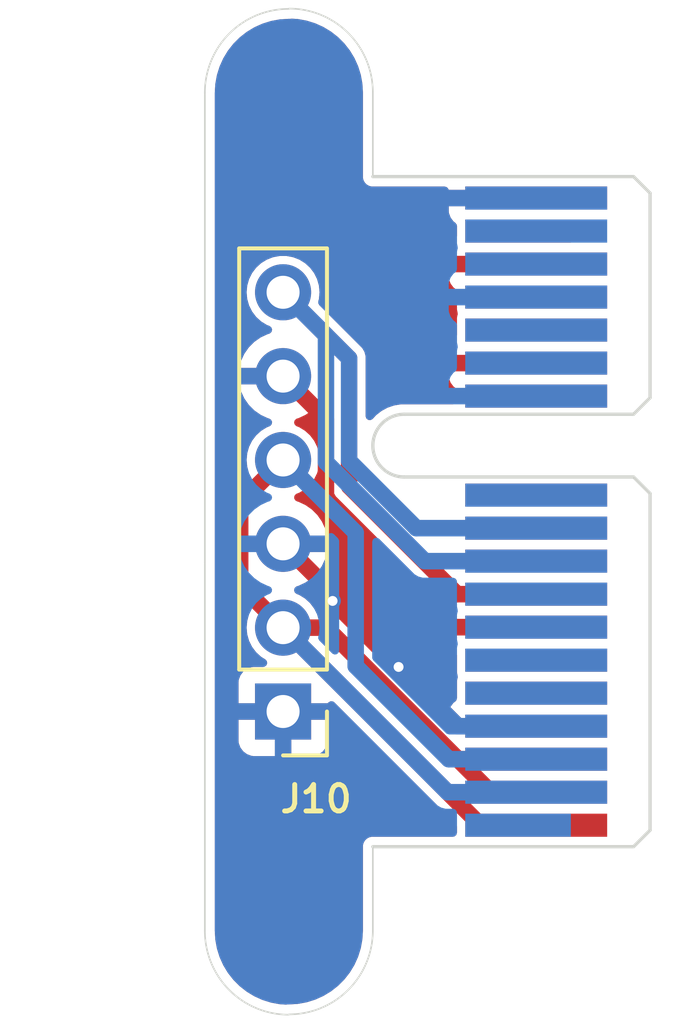
<source format=kicad_pcb>
(kicad_pcb (version 20240108) (generator "pcbnew") (generator_version "8.0")
  (layers (0 "F.Cu" signal) (31 "B.Cu" signal) (34 "B.Paste" user) (35 "F.Paste" user) (36 "B.SilkS" user "B.Silkscreen") (37 "F.SilkS" user "F.Silkscreen") (38 "B.Mask" user) (39 "F.Mask" user) (44 "Edge.Cuts" user))
  (net 0 "")
  (net 1 "GND")
  (net 2 "Net-(J10-Pin_2)")
  (net 3 "Net-(J10-Pin_6)")
  (footprint "Connector_PinHeader_2.54mm:PinHeader_1x06_P2.54mm_Vertical" (layer "F.Cu") (at 17.5 36.35 180)
    (property "Reference" "J10" (at -1 -2.65 180) (layer "F.SilkS") (effects (font (size 0.8 0.8))))
    (property "Value" "Conn_02x03_Odd_Even")
    (fp_line (start 1.33 1.27) (end 1.33 14.03) (stroke (width 0.12)) (layer "F.SilkS"))
    (fp_line (start -1.33 14.03) (end 1.33 14.03) (stroke (width 0.12)) (layer "F.SilkS"))
    (fp_line (start -1.33 1.27) (end 1.33 1.27) (stroke (width 0.12)) (layer "F.SilkS"))
    (fp_line (start -1.33 1.27) (end -1.33 14.03) (stroke (width 0.12)) (layer "F.SilkS"))
    (fp_line (start -1.33 0) (end -1.33 -1.33) (stroke (width 0.12)) (layer "F.SilkS"))
    (fp_line (start -1.33 -1.33) (end 0 -1.33) (stroke (width 0.12)) (layer "F.SilkS"))
    (pad "1" thru_hole rect (at 0 0 180) (size 1.7 1.7) (drill 1) (layers "*.Cu" "*.Mask") (net 1 "GND"))
    (pad "2" thru_hole oval (at 0 2.54 180) (size 1.7 1.7) (drill 1) (layers "*.Cu" "*.Mask") (net 2 "Net-(J10-Pin_2)"))
    (pad "3" thru_hole oval (at 0 5.08 180) (size 1.7 1.7) (drill 1) (layers "*.Cu" "*.Mask") (net 1 "GND"))
    (pad "4" thru_hole oval (at 0 7.62 180) (size 1.7 1.7) (drill 1) (layers "*.Cu" "*.Mask") (net 2 "Net-(J10-Pin_2)"))
    (pad "5" thru_hole oval (at 0 10.16 180) (size 1.7 1.7) (drill 1) (layers "*.Cu" "*.Mask") (net 1 "GND"))
    (pad "6" thru_hole oval (at 0 12.7 180) (size 1.7 1.7) (drill 1) (layers "*.Cu" "*.Mask") (net 3 "Net-(J10-Pin_6)"))
  )
  (footprint "Connector_PCBEdge:BUS_PCIexpress_x1" (layer "F.Cu") (at 25.17 39.795 90)
    (property "Reference" "J11" (hide yes))
    (property "Value" "Bus_PCI_Express_x1")
    (fp_line (start 19.65 -4.95) (end 19.65 2.95) (stroke (width 0.1)) (layer "Edge.Cuts"))
    (fp_line (start -0.65 -4.95) (end -0.65 2.95) (stroke (width 0.1)) (layer "Edge.Cuts"))
    (fp_line (start 12.45 -4) (end 12.45 2.95) (stroke (width 0.1)) (layer "Edge.Cuts"))
    (fp_line (start 10.55 -4) (end 10.55 2.95) (stroke (width 0.1)) (layer "Edge.Cuts"))
    (fp_line (start 19.65 2.95) (end 19.15 3.45) (stroke (width 0.1)) (layer "Edge.Cuts"))
    (fp_line (start 12.45 2.95) (end 12.95 3.45) (stroke (width 0.1)) (layer "Edge.Cuts"))
    (fp_line (start 10.55 2.95) (end 10.05 3.45) (stroke (width 0.1)) (layer "Edge.Cuts"))
    (fp_line (start -0.65 2.95) (end -0.15 3.45) (stroke (width 0.1)) (layer "Edge.Cuts"))
    (fp_line (start 12.95 3.45) (end 19.15 3.45) (stroke (width 0.1)) (layer "Edge.Cuts"))
    (fp_line (start -0.15 3.45) (end 10.05 3.45) (stroke (width 0.1)) (layer "Edge.Cuts"))
    (fp_arc (start 10.55 -4) (mid 11.5 -4.95) (end 12.45 -4) (stroke (width 0.1)) (layer "Edge.Cuts"))
    (pad "A1" connect rect (at 0 -0.55 90) (size 0.7 3.2) (layers "B.Cu" "B.Mask"))
    (pad "A2" connect rect (at 1 0 90) (size 0.7 4.3) (layers "B.Cu" "B.Mask") (net 2 "Net-(J10-Pin_2)"))
    (pad "A3" connect rect (at 2 0 90) (size 0.7 4.3) (layers "B.Cu" "B.Mask") (net 2 "Net-(J10-Pin_2)"))
    (pad "A4" connect rect (at 3 0 90) (size 0.7 4.3) (layers "B.Cu" "B.Mask") (net 1 "GND"))
    (pad "A5" connect rect (at 4 0 90) (size 0.7 4.3) (layers "B.Cu" "B.Mask"))
    (pad "A6" connect rect (at 5 0 90) (size 0.7 4.3) (layers "B.Cu" "B.Mask"))
    (pad "A7" connect rect (at 6 0 90) (size 0.7 4.3) (layers "B.Cu" "B.Mask"))
    (pad "A8" connect rect (at 7 0 90) (size 0.7 4.3) (layers "B.Cu" "B.Mask"))
    (pad "A9" connect rect (at 8 0 90) (size 0.7 4.3) (layers "B.Cu" "B.Mask") (net 3 "Net-(J10-Pin_6)"))
    (pad "A10" connect rect (at 9 0 90) (size 0.7 4.3) (layers "B.Cu" "B.Mask") (net 3 "Net-(J10-Pin_6)"))
    (pad "A11" connect rect (at 10 0 90) (size 0.7 4.3) (layers "B.Cu" "B.Mask"))
    (pad "A12" connect rect (at 13 0 90) (size 0.7 4.3) (layers "B.Cu" "B.Mask") (net 1 "GND"))
    (pad "A13" connect rect (at 14 0 90) (size 0.7 4.3) (layers "B.Cu" "B.Mask"))
    (pad "A14" connect rect (at 15 0 90) (size 0.7 4.3) (layers "B.Cu" "B.Mask"))
    (pad "A15" connect rect (at 16 0 90) (size 0.7 4.3) (layers "B.Cu" "B.Mask") (net 1 "GND"))
    (pad "A16" connect rect (at 17 0 90) (size 0.7 4.3) (layers "B.Cu" "B.Mask"))
    (pad "A17" connect rect (at 18 0 90) (size 0.7 4.3) (layers "B.Cu" "B.Mask"))
    (pad "A18" connect rect (at 19 0 90) (size 0.7 4.3) (layers "B.Cu" "B.Mask") (net 1 "GND"))
    (pad "B1" connect rect (at 0 0 90) (size 0.7 4.3) (layers "F.Cu" "F.Mask") (net 2 "Net-(J10-Pin_2)"))
    (pad "B2" connect rect (at 1 0 90) (size 0.7 4.3) (layers "F.Cu" "F.Mask") (net 2 "Net-(J10-Pin_2)"))
    (pad "B3" connect rect (at 2 0 90) (size 0.7 4.3) (layers "F.Cu" "F.Mask") (net 2 "Net-(J10-Pin_2)"))
    (pad "B4" connect rect (at 3 0 90) (size 0.7 4.3) (layers "F.Cu" "F.Mask") (net 1 "GND"))
    (pad "B5" connect rect (at 4 0 90) (size 0.7 4.3) (layers "F.Cu" "F.Mask"))
    (pad "B6" connect rect (at 5 0 90) (size 0.7 4.3) (layers "F.Cu" "F.Mask"))
    (pad "B7" connect rect (at 6 0 90) (size 0.7 4.3) (layers "F.Cu" "F.Mask") (net 1 "GND"))
    (pad "B8" connect rect (at 7 0 90) (size 0.7 4.3) (layers "F.Cu" "F.Mask") (net 3 "Net-(J10-Pin_6)"))
    (pad "B9" connect rect (at 8 0 90) (size 0.7 4.3) (layers "F.Cu" "F.Mask"))
    (pad "B10" connect rect (at 9 0 90) (size 0.7 4.3) (layers "F.Cu" "F.Mask"))
    (pad "B11" connect rect (at 10 0 90) (size 0.7 4.3) (layers "F.Cu" "F.Mask"))
    (pad "B12" connect rect (at 13 0 90) (size 0.7 4.3) (layers "F.Cu" "F.Mask"))
    (pad "B13" connect rect (at 14 0 90) (size 0.7 4.3) (layers "F.Cu" "F.Mask") (net 1 "GND"))
    (pad "B14" connect rect (at 15 0 90) (size 0.7 4.3) (layers "F.Cu" "F.Mask"))
    (pad "B15" connect rect (at 16 0 90) (size 0.7 4.3) (layers "F.Cu" "F.Mask"))
    (pad "B16" connect rect (at 17 0 90) (size 0.7 4.3) (layers "F.Cu" "F.Mask") (net 1 "GND"))
    (pad "B17" connect rect (at 18 -0.55 90) (size 0.7 3.2) (layers "F.Cu" "F.Mask"))
    (pad "B18" connect rect (at 19 0 90) (size 0.7 4.3) (layers "F.Cu" "F.Mask") (net 1 "GND"))
  )
  (gr_line (start 20.22 17.595) (end 20.22 20.145) (stroke (width 0.05)) (layer "Edge.Cuts"))
  (gr_arc (start 17.67 45.535) (mid 15.873949 44.791051) (end 15.13 42.995) (stroke (width 0.05)) (layer "Edge.Cuts"))
  (gr_arc (start 15.13 17.605) (mid 15.873949 15.808949) (end 17.67 15.065) (stroke (width 0.05)) (layer "Edge.Cuts"))
  (gr_line (start 15.13 31.829) (end 15.13 42.995) (stroke (width 0.05)) (layer "Edge.Cuts"))
  (gr_line (start 20.22 40.445) (end 20.22 42.985) (stroke (width 0.05)) (layer "Edge.Cuts"))
  (gr_arc (start 20.22 42.985) (mid 19.476051 44.781051) (end 17.68 45.525) (stroke (width 0.05)) (layer "Edge.Cuts"))
  (gr_arc (start 17.68 15.055) (mid 19.476051 15.798949) (end 20.22 17.595) (stroke (width 0.05)) (layer "Edge.Cuts"))
  (gr_line (start 15.13 17.605) (end 15.13 31.829) (stroke (width 0.05)) (layer "Edge.Cuts"))
  (segment (start 19 33) (end 19 32.77) (width 0.5) (layer "F.Cu") (net 1))
  (segment (start 25.17 36.795) (end 22.795 36.795) (width 0.5) (layer "F.Cu") (net 1))
  (segment (start 22.795 36.795) (end 21 35) (width 0.5) (layer "F.Cu") (net 1))
  (segment (start 25.17 33.795) (end 22.52 33.795) (width 0.5) (layer "F.Cu") (net 1))
  (segment (start 22.52 33.795) (end 18.8 30.075) (width 0.5) (layer "F.Cu") (net 1))
  (segment (start 18.8 27.49) (end 17.5 26.19) (width 0.5) (layer "F.Cu") (net 1))
  (segment (start 18.8 30.075) (end 18.8 27.49) (width 0.5) (layer "F.Cu") (net 1))
  (segment (start 19 32.77) (end 17.5 31.27) (width 0.5) (layer "F.Cu") (net 1))
  (segment (start 21 35) (end 19 33) (width 0.5) (layer "F.Cu") (net 1))
  (via (at 21 35) (size 0.5) (drill 0.3) (layers "F.Cu" "B.Cu") (net 1))
  (via (at 19 33) (size 0.5) (drill 0.3) (layers "F.Cu" "B.Cu") (net 1))
  (segment (start 22.795 36.795) (end 21 35) (width 0.5) (layer "B.Cu") (net 1))
  (segment (start 25.17 36.795) (end 22.795 36.795) (width 0.5) (layer "B.Cu") (net 1))
  (segment (start 25.17 39.795) (end 23.485 39.795) (width 0.5) (layer "F.Cu") (net 2))
  (segment (start 23.795 38.795) (end 21.75 36.75) (width 0.5) (layer "F.Cu") (net 2))
  (segment (start 21.75 36.75) (end 18.81 33.81) (width 0.5) (layer "F.Cu") (net 2))
  (segment (start 17.5 33.81) (end 16.2 32.51) (width 0.5) (layer "F.Cu") (net 2))
  (segment (start 16.2 32.51) (end 16.2 30.03) (width 0.5) (layer "F.Cu") (net 2))
  (segment (start 22.795 37.795) (end 21.75 36.75) (width 0.5) (layer "F.Cu") (net 2))
  (segment (start 25.17 37.795) (end 22.795 37.795) (width 0.5) (layer "F.Cu") (net 2))
  (segment (start 23.485 39.795) (end 17.5 33.81) (width 0.5) (layer "F.Cu") (net 2))
  (segment (start 18.81 33.81) (end 17.5 33.81) (width 0.5) (layer "F.Cu") (net 2))
  (segment (start 25.17 38.795) (end 23.795 38.795) (width 0.5) (layer "F.Cu") (net 2))
  (segment (start 16.2 30.03) (end 17.5 28.73) (width 0.5) (layer "F.Cu") (net 2))
  (segment (start 22.52 37.795) (end 19.7 34.975) (width 0.5) (layer "B.Cu") (net 2))
  (segment (start 19.7 34.975) (end 19.7 30.93) (width 0.5) (layer "B.Cu") (net 2))
  (segment (start 22.485 38.795) (end 17.5 33.81) (width 0.5) (layer "B.Cu") (net 2))
  (segment (start 22.52 37.795) (end 25.17 37.795) (width 0.5) (layer "B.Cu") (net 2))
  (segment (start 19.7 30.93) (end 17.5 28.73) (width 0.5) (layer "B.Cu") (net 2))
  (segment (start 25.17 38.795) (end 22.485 38.795) (width 0.5) (layer "B.Cu") (net 2))
  (segment (start 19.5 25.65) (end 17.5 23.65) (width 0.5) (layer "F.Cu") (net 3))
  (segment (start 22.77 32.795) (end 19.5 29.525) (width 0.5) (layer "F.Cu") (net 3))
  (segment (start 25.14 32.825) (end 25.17 32.795) (width 0.5) (layer "F.Cu") (net 3))
  (segment (start 19.5 29.525) (end 19.5 25.65) (width 0.5) (layer "F.Cu") (net 3))
  (segment (start 25.17 32.795) (end 22.77 32.795) (width 0.5) (layer "F.Cu") (net 3))
  (segment (start 25.17 31.795) (end 21.795 31.795) (width 0.5) (layer "B.Cu") (net 3))
  (segment (start 19.5 28.758487) (end 19.5 25.65) (width 0.5) (layer "B.Cu") (net 3))
  (segment (start 25.17 30.795) (end 21.536513 30.795) (width 0.5) (layer "B.Cu") (net 3))
  (segment (start 18.8 24.95) (end 17.5 23.65) (width 0.5) (layer "B.Cu") (net 3))
  (segment (start 21.795 31.795) (end 18.8 28.8) (width 0.5) (layer "B.Cu") (net 3))
  (segment (start 19.5 25.65) (end 17.5 23.65) (width 0.5) (layer "B.Cu") (net 3))
  (segment (start 21.536513 30.795) (end 19.5 28.758487) (width 0.5) (layer "B.Cu") (net 3))
  (segment (start 18.8 28.8) (end 18.8 24.95) (width 0.5) (layer "B.Cu") (net 3))
  (zone (net 1) (net_name "GND") (layers "F&B.Cu") (connect_pads (clearance 0.25)) (min_thickness 0.25) (fill yes (thermal_gap 0.5) (thermal_bridge_width 0.5))
    (polygon (pts (xy 15.15 14.795) (xy 15.15 45.795) (xy 23.1 45.795) (xy 23.1 14.795)))
  )
)
</source>
